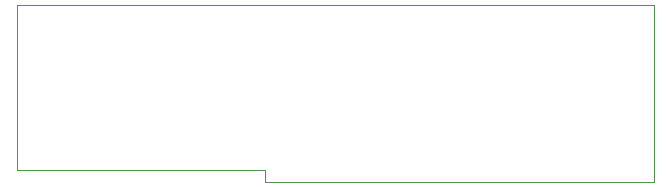
<source format=gbr>
G04 #@! TF.FileFunction,Profile,NP*
%FSLAX46Y46*%
G04 Gerber Fmt 4.6, Leading zero omitted, Abs format (unit mm)*
G04 Created by KiCad (PCBNEW 4.0.6) date 04/12/18 14:55:29*
%MOMM*%
%LPD*%
G01*
G04 APERTURE LIST*
%ADD10C,0.100000*%
G04 APERTURE END LIST*
D10*
X135000000Y-115250000D02*
X154000000Y-115250000D01*
X135000000Y-114250000D02*
X135000000Y-115250000D01*
X114000000Y-114250000D02*
X135000000Y-114250000D01*
X114000000Y-100250000D02*
X114000000Y-114250000D01*
X168000000Y-100250000D02*
X114000000Y-100250000D01*
X168000000Y-115250000D02*
X168000000Y-100250000D01*
X154000000Y-115250000D02*
X168000000Y-115250000D01*
M02*

</source>
